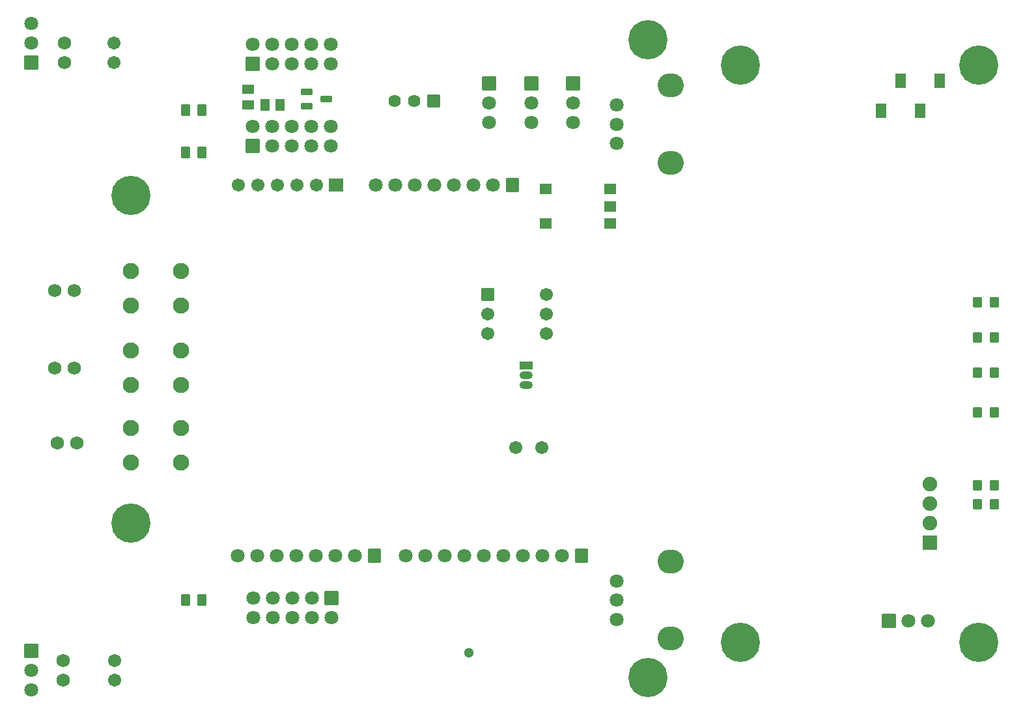
<source format=gts>
G04 Layer: TopSolderMaskLayer*
G04 EasyEDA Pro v2.2.40.8, 2025-09-21 19:41:23*
G04 Gerber Generator version 0.3*
G04 Scale: 100 percent, Rotated: No, Reflected: No*
G04 Dimensions in millimeters*
G04 Leading zeros omitted, absolute positions, 4 integers and 5 decimals*
G04 Generated by one-click*
%FSLAX45Y45*%
%MOMM*%
%AMRoundRect*1,1,$1,$2,$3*1,1,$1,$4,$5*1,1,$1,0-$2,0-$3*1,1,$1,0-$4,0-$5*20,1,$1,$2,$3,$4,$5,0*20,1,$1,$4,$5,0-$2,0-$3,0*20,1,$1,0-$2,0-$3,0-$4,0-$5,0*20,1,$1,0-$4,0-$5,$2,$3,0*4,1,4,$2,$3,$4,$5,0-$2,0-$3,0-$4,0-$5,$2,$3,0*%
%ADD10C,5.102*%
%ADD11C,1.8016*%
%ADD12RoundRect,0.09579X-0.7903X0.8529X0.7903X0.8529*%
%ADD13C,1.7016*%
%ADD14RoundRect,0.09588X-0.90286X0.80286X0.90286X0.80286*%
%ADD15RoundRect,0.09618X-0.85271X0.85271X0.85271X0.85271*%
%ADD16C,2.1016*%
%ADD17RoundRect,0.09618X-0.85271X-0.85271X-0.85271X0.85271*%
%ADD18C,1.7526*%
%ADD19RoundRect,0.0977X-0.50429X0.70406X0.50429X0.70406*%
%ADD20RoundRect,0.09302X-0.50429X0.70406X0.50429X0.70406*%
%ADD21O,1.7016X1.0016*%
%ADD22RoundRect,0.09224X-0.80468X-0.45468X-0.80468X0.45468*%
%ADD23O,3.40159X3.10159*%
%ADD24C,1.9016*%
%ADD25RoundRect,0.09645X-0.90257X-0.90257X-0.90257X0.90257*%
%ADD26RoundRect,0.09302X-0.50429X0.62929X0.50429X0.62929*%
%ADD27C,1.702*%
%ADD28RoundRect,0.09562X-0.80299X0.76499X0.80299X0.76499*%
%ADD29C,1.7032*%
%ADD30RoundRect,0.09422X-0.7649X0.7649X0.7649X0.7649*%
%ADD31C,1.62403*%
%ADD32R,1.6X1.4*%
%ADD33RoundRect,0.16588X-0.64366X-0.36866X-0.64366X0.36866*%
%ADD34RoundRect,0.09387X-0.57013X0.69237X0.57013X0.69237*%
%ADD35RoundRect,0.09387X-0.69237X-0.57013X-0.69237X0.57013*%
%ADD36RoundRect,0.09476X-0.85263X0.85263X0.85263X0.85263*%
%ADD37C,1.80002*%
%ADD38RoundRect,0.09494X-0.63853X0.90353X0.63853X0.90353*%
%ADD39C,1.30002*%
G75*


G04 Pad Start*
G54D10*
G01X1474937Y2372360D03*
G01X9392310Y8322005D03*
G01X9392310Y821995D03*
G01X12492330Y821995D03*
G01X12492330Y8322005D03*
G01X8197753Y8659343D03*
G01X8197753Y368783D03*
G01X1474937Y6634480D03*
G54D11*
G01X4658360Y6766560D03*
G01X4912360Y6766560D03*
G01X5166360Y6766560D03*
G01X5420360Y6766560D03*
G01X5674360Y6766560D03*
G01X5928360Y6766560D03*
G01X6182360Y6766560D03*
G54D12*
G01X6436360Y6766560D03*
G54D13*
G01X2870200Y6766560D03*
G01X3124200Y6766560D03*
G01X3378200Y6766560D03*
G01X3632200Y6766560D03*
G01X3886200Y6766560D03*
G54D14*
G01X4140200Y6766560D03*
G54D11*
G01X5044440Y1950720D03*
G01X5298440Y1950720D03*
G01X5552440Y1950720D03*
G01X5806440Y1950720D03*
G01X6060440Y1950720D03*
G01X6314440Y1950720D03*
G01X6568440Y1950720D03*
G01X6822440Y1950720D03*
G01X7076440Y1950720D03*
G54D12*
G01X7330440Y1950720D03*
G54D11*
G01X2860040Y1950720D03*
G01X3114040Y1950720D03*
G01X3368040Y1950720D03*
G01X3622040Y1950720D03*
G01X3876040Y1950720D03*
G01X4130040Y1950720D03*
G01X4384040Y1950720D03*
G54D12*
G01X4638040Y1950720D03*
G54D15*
G01X4076700Y1397000D03*
G54D11*
G01X4076700Y1143000D03*
G01X3822700Y1397000D03*
G01X3822700Y1143000D03*
G01X3568700Y1397000D03*
G01X3568700Y1143000D03*
G01X3314700Y1397000D03*
G01X3314700Y1143000D03*
G01X3060700Y1397000D03*
G01X3060700Y1143000D03*
G54D16*
G01X1473327Y5200447D03*
G01X2123313Y5200447D03*
G01X2123313Y5650433D03*
G01X1473327Y5650433D03*
G01X1473327Y4164127D03*
G01X2123313Y4164127D03*
G01X2123313Y4614113D03*
G01X1473327Y4614113D03*
G01X1473327Y3158287D03*
G01X2123313Y3158287D03*
G01X2123313Y3608273D03*
G01X1473327Y3608273D03*
G54D17*
G01X6126480Y8087360D03*
G54D11*
G01X6126480Y7833360D03*
G01X6126480Y7579360D03*
G54D17*
G01X6675120Y8087360D03*
G54D11*
G01X6675120Y7833360D03*
G01X6675120Y7579360D03*
G54D17*
G01X7223760Y8087360D03*
G54D11*
G01X7223760Y7833360D03*
G01X7223760Y7579360D03*
G54D18*
G01X736600Y5394960D03*
G01X482600Y5394960D03*
G01X736600Y4389120D03*
G01X482600Y4389120D03*
G01X767080Y3413760D03*
G01X513080Y3413760D03*
G54D15*
G01X3058160Y8346440D03*
G54D11*
G01X3058160Y8600440D03*
G01X3312160Y8346440D03*
G01X3312160Y8600440D03*
G01X3566160Y8346440D03*
G01X3566160Y8600440D03*
G01X3820160Y8346440D03*
G01X3820160Y8600440D03*
G01X4074160Y8346440D03*
G01X4074160Y8600440D03*
G54D20*
G01X2180971Y7741920D03*
G01X2391029Y7741920D03*
G01X2180971Y1371600D03*
G01X2391029Y1371600D03*
G54D21*
G01X6612179Y4172189D03*
G01X6612179Y4299189D03*
G54D22*
G01X6612179Y4426189D03*
G54D11*
G01X7788161Y7809027D03*
G01X7788161Y7559040D03*
G01X7788161Y7309028D03*
G54D23*
G01X8488159Y7059041D03*
G01X8488159Y8059039D03*
G54D11*
G01X7788161Y1621587D03*
G01X7788161Y1371600D03*
G01X7788161Y1121588D03*
G54D23*
G01X8488159Y871601D03*
G01X8488159Y1871599D03*
G54D24*
G01X11856720Y2880360D03*
G01X11856720Y2626360D03*
G01X11856720Y2372360D03*
G54D25*
G01X11856720Y2118360D03*
G54D26*
G01X12698242Y2865130D03*
G01X12478228Y2865130D03*
G01X12698242Y2621290D03*
G01X12478228Y2621290D03*
G54D18*
G01X588110Y331570D03*
G01X588110Y585570D03*
G54D27*
G01X1258670Y585570D03*
G01X1258670Y331570D03*
G54D17*
G01X176630Y712570D03*
G54D11*
G01X176630Y458570D03*
G01X176630Y204570D03*
G54D18*
G01X612140Y8359140D03*
G01X612140Y8613140D03*
G54D27*
G01X1252220Y8613140D03*
G01X1252220Y8359140D03*
G54D17*
G01X177800Y8356600D03*
G54D11*
G01X177800Y8610600D03*
G01X177800Y8864600D03*
G54D13*
G01X6873240Y5344147D03*
G01X6873240Y5090147D03*
G01X6873240Y4836147D03*
G01X6111240Y4836147D03*
G01X6111240Y5090147D03*
G54D28*
G01X6111265Y5344173D03*
G54D29*
G01X6474638Y3352800D03*
G01X6814642Y3352800D03*
G54D15*
G01X3058160Y7279640D03*
G54D11*
G01X3058160Y7533640D03*
G01X3312160Y7279640D03*
G01X3312160Y7533640D03*
G01X3566160Y7279640D03*
G01X3566160Y7533640D03*
G01X3820160Y7279640D03*
G01X3820160Y7533640D03*
G01X4074160Y7279640D03*
G01X4074160Y7533640D03*
G54D20*
G01X2180971Y7193280D03*
G01X2391029Y7193280D03*
G54D30*
G01X5405120Y7863840D03*
G54D31*
G01X5151120Y7863840D03*
G01X4897120Y7863840D03*
G54D32*
G01X7704719Y6267240D03*
G01X6864721Y6267240D03*
G01X7704719Y6717240D03*
G01X6864721Y6717240D03*
G01X7704719Y6492240D03*
G54D26*
G01X12698242Y3810010D03*
G01X12478228Y3810010D03*
G01X12698242Y4328170D03*
G01X12478228Y4328170D03*
G01X12698242Y4785370D03*
G01X12478228Y4785370D03*
G01X12698242Y5242570D03*
G01X12478228Y5242570D03*
G54D33*
G01X4011173Y7886700D03*
G01X3761237Y7791704D03*
G01X3761237Y7981696D03*
G54D34*
G01X3214700Y7810500D03*
G01X3414700Y7810500D03*
G54D35*
G01X2997200Y7812100D03*
G01X2997200Y8012100D03*
G54D36*
G01X11328400Y1104900D03*
G54D37*
G01X11582400Y1104900D03*
G01X11836400Y1104900D03*
G54D38*
G01X11988797Y8120212D03*
G01X11480797Y8120212D03*
G01X11734797Y7729408D03*
G01X11226797Y7729408D03*
G54D39*
G01X5867400Y685800D03*
G04 Pad End*

M02*


</source>
